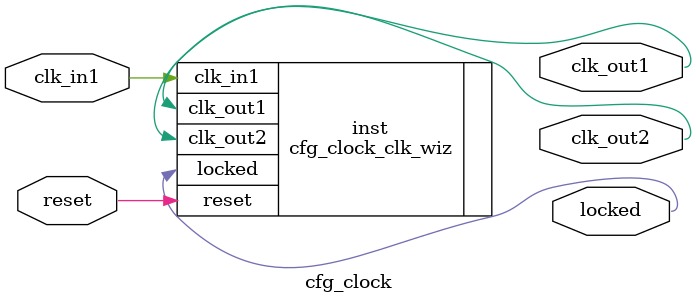
<source format=v>


`timescale 1ps/1ps

(* CORE_GENERATION_INFO = "cfg_clock,clk_wiz_v6_0_2_0_0,{component_name=cfg_clock,use_phase_alignment=true,use_min_o_jitter=false,use_max_i_jitter=false,use_dyn_phase_shift=false,use_inclk_switchover=false,use_dyn_reconfig=false,enable_axi=0,feedback_source=FDBK_AUTO,PRIMITIVE=MMCM,num_out_clk=2,clkin1_period=5.000,clkin2_period=10.0,use_power_down=false,use_reset=true,use_locked=true,use_inclk_stopped=false,feedback_type=SINGLE,CLOCK_MGR_TYPE=NA,manual_override=false}" *)

module cfg_clock 
 (
  // Clock out ports
  output        clk_out1,
  output        clk_out2,
  // Status and control signals
  input         reset,
  output        locked,
 // Clock in ports
  input         clk_in1
 );

  cfg_clock_clk_wiz inst
  (
  // Clock out ports  
  .clk_out1(clk_out1),
  .clk_out2(clk_out2),
  // Status and control signals               
  .reset(reset), 
  .locked(locked),
 // Clock in ports
  .clk_in1(clk_in1)
  );

endmodule

</source>
